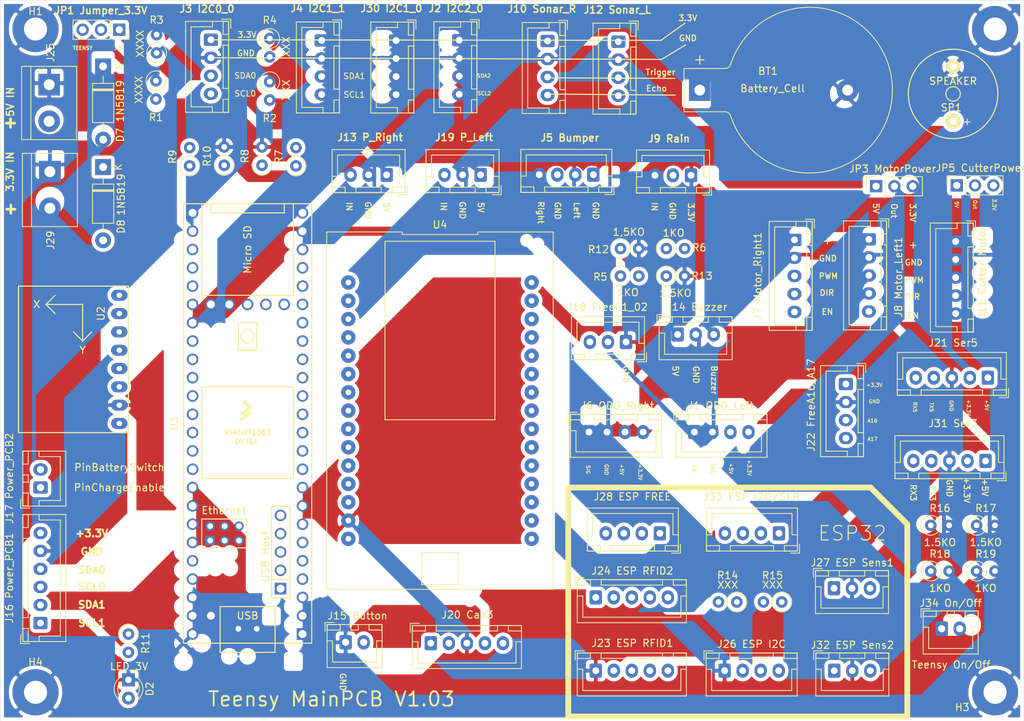
<source format=kicad_pcb>
(kicad_pcb (version 20171130) (host pcbnew "(5.1.12-5-g2758acfd42)-1")
  (layers (0 F.Cu signal hide) (31 B.Cu signal hide) (34 B.Paste user) (35 F.Paste user) (36 B.SilkS user) (37 F.SilkS user) (38 B.Mask user) (39 F.Mask user) (44 Edge.Cuts user))
  (net 0 "")
  (net 1 SCL1)
  (net 2 SDA1)
  (net 3 GND)
  (net 4 pinMotorRightPWM)
  (net 5 pinMotorRightDir)
  (net 6 pinMotorLeftPWM)
  (net 7 pinMotorLeftDir)
  (net 8 pinMotorMowPWM)
  (net 9 pinMotorMowDir)
  (net 10 pinMotorMowEnable)
  (net 11 pinBumperLeft)
  (net 12 pinBumperRight)
  (net 13 pinBuzzer)
  (net 14 pinButton)
  (net 15 pinRain)
  (net 16 pinPerimeterLeft)
  (net 17 pinPerimeterRight)
  (net 18 pinBatterySwitch)
  (net 19 SCL0)
  (net 20 SDA0)
  (net 21 +5V)
  (net 22 +3V3)
  (net 23 "Net-(D2-Pad2)")
  (net 24 "Net-(J13-Pad3)")
  (net 25 "Net-(J19-Pad3)")
  (net 26 "Net-(D7-Pad2)")
  (net 27 "Net-(D8-Pad2)")
  (net 28 RX3)
  (net 29 TX3)
  (net 30 pinMotorLeftEnable)
  (net 31 pinChargeEnable)
  (net 32 SCL2)
  (net 33 SDA2)
  (net 34 pinMotorRightEnable)
  (net 35 pinOdometryRight)
  (net 36 pinOdometryLeft)
  (net 37 "Net-(D8-Pad1)")
  (net 38 "Net-(JP1-Pad3)")
  (net 39 "Net-(J1-Pad1)")
  (net 40 "Net-(J6-Pad1)")
  (net 41 "Net-(J7-Pad1)")
  (net 42 "Net-(J11-Pad1)")
  (net 43 RX1)
  (net 44 TX1)
  (net 45 "Net-(BT1-Pad1)")
  (net 46 pinSonarRightEcho)
  (net 47 pinSonarRightTrigger)
  (net 48 pinSonarLeftEcho)
  (net 49 pinSonarLeftTrigger)
  (net 50 CRX3)
  (net 51 CTX3)
  (net 52 RX5)
  (net 53 TX5)
  (net 54 Free01)
  (net 55 FreeA17)
  (net 56 FreeA16)
  (net 57 Free02)
  (net 58 "Net-(J23-Pad5)")
  (net 59 "Net-(J23-Pad4)")
  (net 60 "Net-(J23-Pad3)")
  (net 61 "Net-(J24-Pad4)")
  (net 62 "Net-(J24-Pad3)")
  (net 63 "Net-(J24-Pad2)")
  (net 64 "Net-(J24-Pad1)")
  (net 65 "Net-(J26-Pad3)")
  (net 66 "Net-(J26-Pad2)")
  (net 67 "Net-(J27-Pad3)")
  (net 68 "Net-(J28-Pad4)")
  (net 69 "Net-(J28-Pad3)")
  (net 70 "Net-(J28-Pad2)")
  (net 71 "Net-(J28-Pad1)")
  (net 72 "Net-(J32-Pad3)")
  (net 73 "Net-(J33-Pad4)")
  (net 74 "Net-(J33-Pad3)")
  (net 75 "Net-(J33-Pad2)")
  (net 76 "Net-(J33-Pad1)")
  (net 77 "Net-(R18-Pad2)")
  (net 78 "Net-(R19-Pad2)")
  (net 79 "Net-(J34-Pad2)")
  (net 80 "Net-(J34-Pad1)")
  (module Battery:BatteryHolder_Keystone_103_1x20mm (layer F.Cu) (at 135.07212 46.47692)
    (fp_text reference BT1 (at 9.4488 -2.6416) (layer F.SilkS))
    (fp_text value Battery_Cell (at 10.0838 -0.2286) (layer F.SilkS))
    (fp_text user + (at 0 -4.318) (layer F.SilkS) (effects (font (size 1.5 1.5))))
    (pad 1 thru_hole rect (at 0 0) (size 3 3) (drill 1.5) (layers *.Cu *.Mask) (net 45 "Net-(BT1-Pad1)"))
    (pad 2 thru_hole circle (at 20.49 0) (size 3 3) (drill 1.5) (layers *.Cu *.Mask) (net 3 GND))
  )
  (module Connector_JST:JST_XH_B2B-XH-A_1x02_P2.50mm_Vertical (layer F.Cu) (at 168.60012 121.17324)
    (fp_text reference "J34 On/Off" (at 1.25 -3.55) (layer F.SilkS))
    (fp_text value "Teensy On/Off" (at 1.31064 5.0038) (layer F.SilkS))
    (pad 2 thru_hole oval (at 2.5 0) (size 1.7 2) (drill 1) (layers *.Cu *.Mask) (net 79 "Net-(J34-Pad2)"))
    (pad 1 thru_hole roundrect (at 0 0) (size 1.7 2) (drill 1) (layers *.Cu *.Mask) (roundrect_rratio 0.1470588235294118) (net 80 "Net-(J34-Pad1)"))
  )
  (module Resistor_THT:R_Axial_DIN0207_L6.3mm_D2.5mm_P2.54mm_Vertical (layer F.Cu) (at 173.44136 113.19002)
    (fp_text reference R19 (at 1.27 -2.37) (layer F.SilkS))
    (fp_text value 1KO (at 1.27 2.37) (layer F.SilkS))
    (pad 2 thru_hole oval (at 2.54 0) (size 1.6 1.6) (drill 0.8) (layers *.Cu *.Mask) (net 78 "Net-(R19-Pad2)"))
    (pad 1 thru_hole circle (at 0 0) (size 1.6 1.6) (drill 0.8) (layers *.Cu *.Mask) (net 72 "Net-(J32-Pad3)"))
  )
  (module Resistor_THT:R_Axial_DIN0207_L6.3mm_D2.5mm_P2.54mm_Vertical (layer F.Cu) (at 167.09136 113.19002)
    (fp_text reference R18 (at 1.27 -2.37) (layer F.SilkS))
    (fp_text value 1KO (at 1.27 2.37) (layer F.SilkS))
    (pad 2 thru_hole oval (at 2.54 0) (size 1.6 1.6) (drill 0.8) (layers *.Cu *.Mask) (net 77 "Net-(R18-Pad2)"))
    (pad 1 thru_hole circle (at 0 0) (size 1.6 1.6) (drill 0.8) (layers *.Cu *.Mask) (net 67 "Net-(J27-Pad3)"))
  )
  (module Resistor_THT:R_Axial_DIN0207_L6.3mm_D2.5mm_P2.54mm_Vertical (layer F.Cu) (at 173.44136 106.84002)
    (fp_text reference R17 (at 1.27 -2.37) (layer F.SilkS))
    (fp_text value 1.5KO (at 1.27 2.37) (layer F.SilkS))
    (pad 2 thru_hole oval (at 2.54 0) (size 1.6 1.6) (drill 0.8) (layers *.Cu *.Mask) (net 3 GND))
    (pad 1 thru_hole circle (at 0 0) (size 1.6 1.6) (drill 0.8) (layers *.Cu *.Mask) (net 72 "Net-(J32-Pad3)"))
  )
  (module Resistor_THT:R_Axial_DIN0207_L6.3mm_D2.5mm_P2.54mm_Vertical (layer F.Cu) (at 167.09136 106.84002)
    (fp_text reference R16 (at 1.27 -2.37) (layer F.SilkS))
    (fp_text value 1.5KO (at 1.27 2.37) (layer F.SilkS))
    (pad 2 thru_hole oval (at 2.54 0) (size 1.6 1.6) (drill 0.8) (layers *.Cu *.Mask) (net 3 GND))
    (pad 1 thru_hole circle (at 0 0) (size 1.6 1.6) (drill 0.8) (layers *.Cu *.Mask) (net 67 "Net-(J27-Pad3)"))
  )
  (module Connector_JST:JST_XH_B4B-XH-A_1x04_P2.50mm_Vertical (layer F.Cu) (at 146.05 107.95 180)
    (fp_text reference "J33 ESP I2C/SER" (at 3.81 5.08) (layer F.SilkS))
    (fp_text value "ESP32 I2C/SER")
    (pad 4 thru_hole oval (at 7.5 0 180) (size 1.7 1.95) (drill 0.95) (layers *.Cu *.Mask) (net 73 "Net-(J33-Pad4)"))
    (pad 3 thru_hole oval (at 5 0 180) (size 1.7 1.95) (drill 0.95) (layers *.Cu *.Mask) (net 74 "Net-(J33-Pad3)"))
    (pad 2 thru_hole oval (at 2.5 0 180) (size 1.7 1.95) (drill 0.95) (layers *.Cu *.Mask) (net 75 "Net-(J33-Pad2)"))
    (pad 1 thru_hole roundrect (at 0 0 180) (size 1.7 1.95) (drill 0.95) (layers *.Cu *.Mask) (roundrect_rratio 0.1470588235294118) (net 76 "Net-(J33-Pad1)"))
  )
  (module Connector_JST:JST_XH_B3B-XH-A_1x03_P2.50mm_Vertical (layer F.Cu) (at 153.71 127)
    (fp_text reference "J32 ESP Sens2" (at 2.5 -3.55) (layer F.SilkS))
    (fp_text value "ESP32 Sens2")
    (pad 3 thru_hole oval (at 5 0) (size 1.7 1.95) (drill 0.95) (layers *.Cu *.Mask) (net 72 "Net-(J32-Pad3)"))
    (pad 2 thru_hole oval (at 2.5 0) (size 1.7 1.95) (drill 0.95) (layers *.Cu *.Mask) (net 3 GND))
    (pad 1 thru_hole roundrect (at 0 0) (size 1.7 1.95) (drill 0.95) (layers *.Cu *.Mask) (roundrect_rratio 0.1470588235294118) (net 21 +5V))
  )
  (module Connector_JST:JST_XH_B4B-XH-A_1x04_P2.50mm_Vertical (layer F.Cu) (at 129.54 107.95 180)
    (fp_text reference "J28 ESP FREE" (at 3.81 5.08) (layer F.SilkS))
    (fp_text value "ESP32 FREE")
    (pad 4 thru_hole oval (at 7.5 0 180) (size 1.7 1.95) (drill 0.95) (layers *.Cu *.Mask) (net 68 "Net-(J28-Pad4)"))
    (pad 3 thru_hole oval (at 5 0 180) (size 1.7 1.95) (drill 0.95) (layers *.Cu *.Mask) (net 69 "Net-(J28-Pad3)"))
    (pad 2 thru_hole oval (at 2.5 0 180) (size 1.7 1.95) (drill 0.95) (layers *.Cu *.Mask) (net 70 "Net-(J28-Pad2)"))
    (pad 1 thru_hole roundrect (at 0 0 180) (size 1.7 1.95) (drill 0.95) (layers *.Cu *.Mask) (roundrect_rratio 0.1470588235294118) (net 71 "Net-(J28-Pad1)"))
  )
  (module Connector_JST:JST_XH_B3B-XH-A_1x03_P2.50mm_Vertical (layer F.Cu) (at 153.67 115.57)
    (fp_text reference "J27 ESP Sens1" (at 2.54 -3.55) (layer F.SilkS))
    (fp_text value "ESP32 Sens1")
    (pad 3 thru_hole oval (at 5 0) (size 1.7 1.95) (drill 0.95) (layers *.Cu *.Mask) (net 67 "Net-(J27-Pad3)"))
    (pad 2 thru_hole oval (at 2.5 0) (size 1.7 1.95) (drill 0.95) (layers *.Cu *.Mask) (net 3 GND))
    (pad 1 thru_hole roundrect (at 0 0) (size 1.7 1.95) (drill 0.95) (layers *.Cu *.Mask) (roundrect_rratio 0.1470588235294118) (net 21 +5V))
  )
  (module teensy_library-master:ESP32-DEVKIT-V1 (layer F.Cu) (at 99.06 90.932 270)
    (fp_text reference U4 (at -25.78 0) (layer F.SilkS))
    (fp_text value ESP32-DEVKIT-V1)
    (pad 15 thru_hole circle (at 17.78 12.7 270) (size 2 2) (drill 0.8) (layers *.Cu *.Mask) (net 21 +5V))
    (pad 16 thru_hole circle (at 17.78 -12.7 270) (size 2 2) (drill 0.8) (layers *.Cu *.Mask) (net 61 "Net-(J24-Pad4)"))
    (pad 14 thru_hole circle (at 15.24 12.7 270) (size 2 2) (drill 0.8) (layers *.Cu *.Mask) (net 3 GND))
    (pad 17 thru_hole circle (at 15.24 -12.7 270) (size 2 2) (drill 0.8) (layers *.Cu *.Mask))
    (pad 13 thru_hole circle (at 12.7 12.7 270) (size 2 2) (drill 0.8) (layers *.Cu *.Mask) (net 60 "Net-(J23-Pad3)"))
    (pad 18 thru_hole circle (at 12.7 -12.7 270) (size 2 2) (drill 0.8) (layers *.Cu *.Mask) (net 66 "Net-(J26-Pad2)"))
    (pad 12 thru_hole circle (at 10.16 12.7 270) (size 2 2) (drill 0.8) (layers *.Cu *.Mask) (net 59 "Net-(J23-Pad4)"))
    (pad 19 thru_hole circle (at 10.16 -12.7 270) (size 2 2) (drill 0.8) (layers *.Cu *.Mask))
    (pad 11 thru_hole circle (at 7.62 12.7 270) (size 2 2) (drill 0.8) (layers *.Cu *.Mask) (net 58 "Net-(J23-Pad5)"))
    (pad 20 thru_hole circle (at 7.62 -12.7 270) (size 2 2) (drill 0.8) (layers *.Cu *.Mask) (net 65 "Net-(J26-Pad3)"))
    (pad 10 thru_hole circle (at 5.08 12.7 270) (size 2 2) (drill 0.8) (layers *.Cu *.Mask))
    (pad 21 thru_hole circle (at 5.08 -12.7 270) (size 2 2) (drill 0.8) (layers *.Cu *.Mask) (net 44 TX1))
    (pad 9 thru_hole circle (at 2.54 12.7 270) (size 2 2) (drill 0.8) (layers *.Cu *.Mask) (net 71 "Net-(J28-Pad1)"))
    (pad 22 thru_hole circle (at 2.54 -12.7 270) (size 2 2) (drill 0.8) (layers *.Cu *.Mask) (net 43 RX1))
    (pad 8 thru_hole circle (at 0 12.7 270) (size 2 2) (drill 0.8) (layers *.Cu *.Mask) (net 70 "Net-(J28-Pad2)"))
    (pad 23 thru_hole circle (at 0 -12.7 270) (size 2 2) (drill 0.8) (layers *.Cu *.Mask))
    (pad 7 thru_hole circle (at -2.54 12.7 270) (size 2 2) (drill 0.8) (layers *.Cu *.Mask) (net 69 "Net-(J28-Pad3)"))
    (pad 24 thru_hole circle (at -2.54 -12.7 270) (size 2 2) (drill 0.8) (layers *.Cu *.Mask) (net 62 "Net-(J24-Pad3)"))
    (pad 6 thru_hole circle (at -5.08 12.7 270) (size 2 2) (drill 0.8) (layers *.Cu *.Mask) (net 68 "Net-(J28-Pad4)"))
    (pad 25 thru_hole circle (at -5.08 -12.7 270) (size 2 2) (drill 0.8) (layers *.Cu *.Mask) (net 63 "Net-(J24-Pad2)"))
    (pad 5 thru_hole circle (at -7.62 12.7 270) (size 2 2) (drill 0.8) (layers *.Cu *.Mask) (net 78 "Net-(R19-Pad2)"))
    (pad 26 thru_hole circle (at -7.62 -12.7 270) (size 2 2) (drill 0.8) (layers *.Cu *.Mask) (net 74 "Net-(J33-Pad3)"))
    (pad 4 thru_hole circle (at -10.16 12.7 270) (size 2 2) (drill 0.8) (layers *.Cu *.Mask) (net 77 "Net-(R18-Pad2)"))
    (pad 27 thru_hole circle (at -10.16 -12.7 270) (size 2 2) (drill 0.8) (layers *.Cu *.Mask) (net 75 "Net-(J33-Pad2)"))
    (pad 3 thru_hole circle (at -12.7 12.7 270) (size 2 2) (drill 0.8) (layers *.Cu *.Mask))
    (pad 28 thru_hole circle (at -12.7 -12.7 270) (size 2 2) (drill 0.8) (layers *.Cu *.Mask) (net 76 "Net-(J33-Pad1)"))
    (pad 2 thru_hole circle (at -15.24 12.7 270) (size 2 2) (drill 0.8) (layers *.Cu *.Mask))
    (pad 29 thru_hole circle (at -15.24 -12.7 270) (size 2 2) (drill 0.8) (layers *.Cu *.Mask) (net 73 "Net-(J33-Pad4)"))
    (pad 1 thru_hole circle (at -17.78 12.7 270) (size 2 2) (drill 0.8) (layers *.Cu *.Mask))
    (pad 30 thru_hole circle (at -17.78 -12.7 270) (size 2 2) (drill 0.8) (layers *.Cu *.Mask) (net 64 "Net-(J24-Pad1)"))
  )
  (module Resistor_THT:R_Axial_DIN0207_L6.3mm_D2.5mm_P2.54mm_Vertical (layer F.Cu) (at 146.431 117.475 180)
    (fp_text reference R15 (at 1.27 3.683) (layer F.SilkS))
    (fp_text value XXX (at 1.27 2.37) (layer F.SilkS))
    (pad 2 thru_hole oval (at 2.54 0 180) (size 1.6 1.6) (drill 0.8) (layers *.Cu *.Mask) (net 65 "Net-(J26-Pad3)"))
    (pad 1 thru_hole circle (at 0 0 180) (size 1.6 1.6) (drill 0.8) (layers *.Cu *.Mask) (net 61 "Net-(J24-Pad4)"))
  )
  (module Resistor_THT:R_Axial_DIN0207_L6.3mm_D2.5mm_P2.54mm_Vertical (layer F.Cu) (at 140.208 117.475 180)
    (fp_text reference R14 (at 1.27 3.683) (layer F.SilkS))
    (fp_text value XXX (at 1.27 2.37) (layer F.SilkS))
    (pad 2 thru_hole oval (at 2.54 0 180) (size 1.6 1.6) (drill 0.8) (layers *.Cu *.Mask) (net 66 "Net-(J26-Pad2)"))
    (pad 1 thru_hole circle (at 0 0 180) (size 1.6 1.6) (drill 0.8) (layers *.Cu *.Mask) (net 61 "Net-(J24-Pad4)"))
  )
  (module Connector_JST:JST_XH_B4B-XH-A_1x04_P2.50mm_Vertical (layer F.Cu) (at 138.51 127)
    (fp_text reference "J26 ESP I2C" (at 3.73 -3.683) (layer F.SilkS))
    (fp_text value "ESP32 I2C")
    (pad 4 thru_hole oval (at 7.5 0) (size 1.7 1.95) (drill 0.95) (layers *.Cu *.Mask) (net 61 "Net-(J24-Pad4)"))
    (pad 3 thru_hole oval (at 5 0) (size 1.7 1.95) (drill 0.95) (layers *.Cu *.Mask) (net 65 "Net-(J26-Pad3)"))
    (pad 2 thru_hole oval (at 2.5 0) (size 1.7 1.95) (drill 0.95) (layers *.Cu *.Mask) (net 66 "Net-(J26-Pad2)"))
    (pad 1 thru_hole roundrect (at 0 0) (size 1.7 1.95) (drill 0.95) (layers *.Cu *.Mask) (roundrect_rratio 0.1470588235294118) (net 3 GND))
  )
  (module Connector_JST:JST_XH_B5B-XH-A_1x05_P2.50mm_Vertical (layer F.Cu) (at 120.65 116.84)
    (fp_text reference "J24 ESP RFID2" (at 5.08 -3.683) (layer F.SilkS))
    (fp_text value "ESP RFID2")
    (pad 5 thru_hole oval (at 10 0) (size 1.7 1.95) (drill 0.95) (layers *.Cu *.Mask))
    (pad 4 thru_hole oval (at 7.5 0) (size 1.7 1.95) (drill 0.95) (layers *.Cu *.Mask) (net 61 "Net-(J24-Pad4)"))
    (pad 3 thru_hole oval (at 5 0) (size 1.7 1.95) (drill 0.95) (layers *.Cu *.Mask) (net 62 "Net-(J24-Pad3)"))
    (pad 2 thru_hole oval (at 2.5 0) (size 1.7 1.95) (drill 0.95) (layers *.Cu *.Mask) (net 63 "Net-(J24-Pad2)"))
    (pad 1 thru_hole roundrect (at 0 0) (size 1.7 1.95) (drill 0.95) (layers *.Cu *.Mask) (roundrect_rratio 0.1470588235294118) (net 64 "Net-(J24-Pad1)"))
  )
  (module Connector_JST:JST_XH_B5B-XH-A_1x05_P2.50mm_Vertical (layer F.Cu) (at 120.65 127)
    (fp_text reference "J23 ESP RFID1" (at 5.08 -3.81) (layer F.SilkS))
    (fp_text value "ESP RFID1")
    (pad 5 thru_hole oval (at 10 0) (size 1.7 1.95) (drill 0.95) (layers *.Cu *.Mask) (net 58 "Net-(J23-Pad5)"))
    (pad 4 thru_hole oval (at 7.5 0) (size 1.7 1.95) (drill 0.95) (layers *.Cu *.Mask) (net 59 "Net-(J23-Pad4)"))
    (pad 3 thru_hole oval (at 5 0) (size 1.7 1.95) (drill 0.95) (layers *.Cu *.Mask) (net 60 "Net-(J23-Pad3)"))
    (pad 2 thru_hole oval (at 2.5 0) (size 1.7 1.95) (drill 0.95) (layers *.Cu *.Mask) (net 21 +5V))
    (pad 1 thru_hole roundrect (at 0 0) (size 1.7 1.95) (drill 0.95) (layers *.Cu *.Mask) (roundrect_rratio 0.1470588235294118) (net 3 GND))
  )
  (module Connector_JST:JST_XH_B4B-XH-A_1x04_P2.50mm_Vertical (layer F.Cu) (at 155.321 87.249 270)
    (fp_text reference "J22 FreeA16_A17" (at 2.921 4.826 90) (layer F.SilkS))
    (fp_text value FreeA16_A17)
    (pad 4 thru_hole oval (at 7.5 0 270) (size 1.7 1.95) (drill 0.95) (layers *.Cu *.Mask) (net 55 FreeA17))
    (pad 3 thru_hole oval (at 5 0 270) (size 1.7 1.95) (drill 0.95) (layers *.Cu *.Mask) (net 56 FreeA16))
    (pad 2 thru_hole oval (at 2.5 0 270) (size 1.7 1.95) (drill 0.95) (layers *.Cu *.Mask) (net 3 GND))
    (pad 1 thru_hole roundrect (at 0 0 270) (size 1.7 1.95) (drill 0.95) (layers *.Cu *.Mask) (roundrect_rratio 0.1470588235294118) (net 22 +3V3))
  )
  (module Connector_JST:JST_XH_B3B-XH-A_1x03_P2.50mm_Vertical (layer F.Cu) (at 124.841 81.407 180)
    (fp_text reference "J18 Free01_02" (at 2.58318 4.8387) (layer F.SilkS))
    (fp_text value Free01_02)
    (pad 3 thru_hole oval (at 5 0 180) (size 1.7 1.95) (drill 0.95) (layers *.Cu *.Mask) (net 57 Free02))
    (pad 2 thru_hole oval (at 2.5 0 180) (size 1.7 1.95) (drill 0.95) (layers *.Cu *.Mask) (net 54 Free01))
    (pad 1 thru_hole roundrect (at 0 0 180) (size 1.7 1.95) (drill 0.95) (layers *.Cu *.Mask) (roundrect_rratio 0.1470588235294118) (net 3 GND))
  )
  (module Connector_JST:JST_XH_B5B-XH-A_1x05_P2.50mm_Vertical (layer F.Cu) (at 175.006 86.36 180)
    (fp_text reference "J21 Ser5" (at 4.826 4.826) (layer F.SilkS))
    (fp_text value Ser5)
    (pad 5 thru_hole oval (at 10 0 180) (size 1.7 1.95) (drill 0.95) (layers *.Cu *.Mask) (net 52 RX5))
    (pad 4 thru_hole oval (at 7.5 0 180) (size 1.7 1.95) (drill 0.95) (layers *.Cu *.Mask) (net 53 TX5))
    (pad 3 thru_hole oval (at 5 0 180) (size 1.7 1.95) (drill 0.95) (layers *.Cu *.Mask) (net 3 GND))
    (pad 2 thru_hole oval (at 2.5 0 180) (size 1.7 1.95) (drill 0.95) (layers *.Cu *.Mask) (net 22 +3V3))
    (pad 1 thru_hole roundrect (at 0 0 180) (size 1.7 1.95) (drill 0.95) (layers *.Cu *.Mask) (roundrect_rratio 0.1470588235294118) (net 21 +5V))
  )
  (module Connector_JST:JST_XH_B5B-XH-A_1x05_P2.50mm_Vertical (layer F.Cu) (at 97.79 123.19)
    (fp_text reference "J20 Can3" (at 5.08 -3.937) (layer F.SilkS))
    (fp_text value Can3)
    (pad 5 thru_hole oval (at 10 0) (size 1.7 1.95) (drill 0.95) (layers *.Cu *.Mask) (net 50 CRX3))
    (pad 4 thru_hole oval (at 7.5 0) (size 1.7 1.95) (drill 0.95) (layers *.Cu *.Mask) (net 51 CTX3))
    (pad 3 thru_hole oval (at 5 0) (size 1.7 1.95) (drill 0.95) (layers *.Cu *.Mask) (net 3 GND))
    (pad 2 thru_hole oval (at 2.5 0) (size 1.7 1.95) (drill 0.95) (layers *.Cu *.Mask) (net 22 +3V3))
    (pad 1 thru_hole roundrect (at 0 0) (size 1.7 1.95) (drill 0.95) (layers *.Cu *.Mask) (roundrect_rratio 0.1470588235294118) (net 21 +5V))
  )
  (module Connector_JST:JST_XH_B2B-XH-A_1x02_P2.50mm_Vertical (layer F.Cu) (at 43.688 101.6 90)
    (fp_text reference "J17 Power_PCB2" (at 1.27 -4.318 90) (layer F.SilkS))
    (fp_text value Power_PCB2 hide)
    (pad 2 thru_hole oval (at 2.5 0 90) (size 1.7 2) (drill 1) (layers *.Cu *.Mask) (net 18 pinBatterySwitch))
    (pad 1 thru_hole roundrect (at 0 0 90) (size 1.7 2) (drill 1) (layers *.Cu *.Mask) (roundrect_rratio 0.1470588235294118) (net 31 pinChargeEnable))
  )
  (module Connector_JST:JST_XH_B6B-XH-A_1x06_P2.50mm_Vertical (layer F.Cu) (at 43.688 120.396 90)
    (fp_text reference "J16 Power_PCB1" (at 6.25 -4.318 90) (layer F.SilkS))
    (fp_text value Power_PCB1)
    (pad 6 thru_hole oval (at 12.5 0 90) (size 1.7 1.95) (drill 0.95) (layers *.Cu *.Mask) (net 22 +3V3))
    (pad 5 thru_hole oval (at 10 0 90) (size 1.7 1.95) (drill 0.95) (layers *.Cu *.Mask) (net 3 GND))
    (pad 4 thru_hole oval (at 7.5 0 90) (size 1.7 1.95) (drill 0.95) (layers *.Cu *.Mask) (net 20 SDA0))
    (pad 3 thru_hole oval (at 5 0 90) (size 1.7 1.95) (drill 0.95) (layers *.Cu *.Mask) (net 19 SCL0))
    (pad 2 thru_hole oval (at 2.5 0 90) (size 1.7 1.95) (drill 0.95) (layers *.Cu *.Mask) (net 2 SDA1))
    (pad 1 thru_hole roundrect (at 0 0 90) (size 1.7 1.95) (drill 0.95) (layers *.Cu *.Mask) (roundrect_rratio 0.1470588235294118) (net 1 SCL1))
  )
  (module Connector_JST:JST_XH_B4B-XH-A_1x04_P2.50mm_Vertical (layer F.Cu) (at 67.31 39.49 270)
    (fp_text reference "J3 I2C0_0" (at -4.28052 0.53848 180) (layer F.SilkS) (effects (font (thickness 0.2))))
    (fp_text value I2C0_0)
    (pad 4 thru_hole oval (at 7.5 0 270) (size 1.7 1.95) (drill 0.95) (layers *.Cu *.Mask) (net 19 SCL0))
    (pad 3 thru_hole oval (at 5 0 270) (size 1.7 1.95) (drill 0.95) (layers *.Cu *.Mask) (net 20 SDA0))
    (pad 2 thru_hole oval (at 2.5 0 270) (size 1.7 1.95) (drill 0.95) (layers *.Cu *.Mask) (net 3 GND))
    (pad 1 thru_hole roundrect (at 0 0 270) (size 1.7 1.95) (drill 0.95) (layers *.Cu *.Mask) (roundrect_rratio 0.1470588235294118) (net 22 +3V3))
  )
  (module teensy_library-master:GY-521 (layer F.Cu) (at 55.88 93.98 90)
    (fp_text reference U2 (at 16.51 -3.81 90) (layer F.SilkS))
    (fp_text value GY-521)
    (fp_text user Y (at 11.43 -6.35) (layer F.SilkS))
    (fp_text user X (at 17.78 -12.7) (layer F.SilkS))
    (pad 1 thru_hole oval (at 1.27 -1.27 90) (size 1.524 2.268) (drill 0.762) (layers *.Cu *.Mask) (net 22 +3V3))
    (pad 2 thru_hole oval (at 3.81 -1.27 90) (size 1.524 2.268) (drill 0.762) (layers *.Cu *.Mask) (net 3 GND))
    (pad 3 thru_hole oval (at 6.35 -1.27 90) (size 1.524 2.268) (drill 0.762) (layers *.Cu *.Mask) (net 19 SCL0))
    (pad 4 thru_hole oval (at 8.89 -1.27 90) (size 1.524 2.268) (drill 0.762) (layers *.Cu *.Mask) (net 20 SDA0))
    (pad 5 thru_hole oval (at 11.43 -1.27 90) (size 1.524 2.268) (drill 0.762) (layers *.Cu *.Mask))
    (pad 6 thru_hole oval (at 13.97 -1.27 90) (size 1.524 2.268) (drill 0.762) (layers *.Cu *.Mask))
    (pad 7 thru_hole oval (at 16.51 -1.27 90) (size 1.524 2.268) (drill 0.762) (layers *.Cu *.Mask))
    (pad 8 thru_hole oval (at 19.05 -1.27 90) (size 1.524 2.268) (drill 0.762) (layers *.Cu *.Mask))
  )
  (module Resistor_THT:R_Axial_DIN0207_L6.3mm_D2.5mm_P2.54mm_Vertical (layer F.Cu) (at 59.78398 41.31564 90)
    (fp_text reference R3 (at 4.572 0 180) (layer F.SilkS))
    (fp_text value XXXX (at 1.27 -2.286 90) (layer F.SilkS))
    (pad 2 thru_hole oval (at 2.54 0 90) (size 1.6 1.6) (drill 0.8) (layers *.Cu *.Mask) (net 20 SDA0))
    (pad 1 thru_hole circle (at 0 0 90) (size 1.6 1.6) (drill 0.8) (layers *.Cu *.Mask) (net 22 +3V3))
  )
  (module Resistor_THT:R_Axial_DIN0207_L6.3mm_D2.5mm_P2.54mm_Vertical (layer F.Cu) (at 59.69254 45.17898 270)
    (fp_text reference R1 (at 5.08 0 180) (layer F.SilkS))
    (fp_text value XXXX (at 1.27 2.37 90) (layer F.SilkS))
    (pad 2 thru_hole oval (at 2.54 0 270) (size 1.6 1.6) (drill 0.8) (layers *.Cu *.Mask) (net 22 +3V3))
    (pad 1 thru_hole circle (at 0 0 270) (size 1.6 1.6) (drill 0.8) (layers *.Cu *.Mask) (net 19 SCL0))
  )
  (module MountingHole:MountingHole_3.2mm_M3_Pad_TopBottom (layer F.Cu) (at 43 130)
    (fp_text reference H4 (at 0 -4.2) (layer F.SilkS))
    (fp_text value MountingHole_Pad)
    (pad 1 connect circle (at 0 0) (size 6.4 6.4) (layers B.Cu B.Mask) (net 3 GND))
    (pad 1 connect circle (at 0 0) (size 6.4 6.4) (layers F.Cu F.Mask) (net 3 GND))
    (pad 1 thru_hole circle (at 0 0) (size 3.6 3.6) (drill 3.2) (layers *.Cu *.Mask) (net 3 GND))
  )
  (module MountingHole:MountingHole_3.2mm_M3_Pad_TopBottom (layer F.Cu) (at 176 130)
    (fp_text reference H3 (at -4.55 2.08) (layer F.SilkS))
    (fp_text value MountingHole_Pad)
    (pad 1 connect circle (at 0 0) (size 6.4 6.4) (layers B.Cu B.Mask) (net 3 GND))
    (pad 1 connect circle (at 0 0) (size 6.4 6.4) (layers F.Cu F.Mask) (net 3 GND))
    (pad 1 thru_hole circle (at 0 0) (size 3.6 3.6) (drill 3.2) (layers *.Cu *.Mask) (net 3 GND))
  )
  (module MountingHole:MountingHole_3.2mm_M3_Pad_TopBottom (layer F.Cu) (at 176 38)
    (fp_text reference H2 hide)
    (fp_text value MountingHole_Pad hide)
    (pad 1 connect circle (at 0 0) (size 6.4 6.4) (layers B.Cu B.Mask) (net 3 GND))
    (pad 1 connect circle (at 0 0) (size 6.4 6.4) (layers F.Cu F.Mask) (net 3 GND))
    (pad 1 thru_hole circle (at 0 0) (size 3.6 3.6) (drill 3.2) (layers *.Cu *.Mask) (net 3 GND))
  )
  (module MountingHole:MountingHole_3.2mm_M3_Pad_TopBottom (layer F.Cu) (at 43 38)
    (fp_text reference H1 (at 0 -2.44) (layer F.SilkS))
    (fp_text value MountingHole_Pad hide)
    (pad 1 connect circle (at 0 0) (size 6.4 6.4) (layers B.Cu B.Mask) (net 3 GND))
    (pad 1 connect circle (at 0 0) (size 6.4 6.4) (layers F.Cu F.Mask) (net 3 GND))
    (pad 1 thru_hole circle (at 0 0) (size 3.6 3.6) (drill 3.2) (layers *.Cu *.Mask) (net 3 GND))
  )
  (module Resistor_THT:R_Axial_DIN0207_L6.3mm_D2.5mm_P2.54mm_Vertical (layer F.Cu) (at 130.429 72.263)
    (fp_text reference R13 (at 4.953 0) (layer F.SilkS))
    (fp_text value 1,5KO (at 1.27 2.37) (layer F.SilkS))
    (pad 2 thru_hole oval (at 2.54 0) (size 1.6 1.6) (drill 0.8) (layers *.Cu *.Mask) (net 3 GND))
    (pad 1 thru_hole circle (at 0 0) (size 1.6 1.6) (drill 0.8) (layers *.Cu *.Mask) (net 40 "Net-(J6-Pad1)"))
  )
  (module Resistor_THT:R_Axial_DIN0207_L6.3mm_D2.5mm_P2.54mm_Vertical (layer F.Cu) (at 124.079 68.453)
    (fp_text reference R12 (at -3.048 0.127) (layer F.SilkS))
    (fp_text value 1,5KO (at 1.143 -2.286) (layer F.SilkS))
    (pad 2 thru_hole oval (at 2.54 0) (size 1.6 1.6) (drill 0.8) (layers *.Cu *.Mask) (net 3 GND))
    (pad 1 thru_hole circle (at 0 0) (size 1.6 1.6) (drill 0.8) (layers *.Cu *.Mask) (net 39 "Net-(J1-Pad1)"))
  )
  (module Resistor_THT:R_Axial_DIN0207_L6.3mm_D2.5mm_P2.54mm_Vertical (layer F.Cu) (at 130.429 68.453)
    (fp_text reference R6 (at 4.572 -0.127) (layer F.SilkS))
    (fp_text value 1KO (at 1.016 -2.159) (layer F.SilkS))
    (pad 2 thru_hole oval (at 2.54 0) (size 1.6 1.6) (drill 0.8) (layers *.Cu *.Mask) (net 36 pinOdometryLeft))
    (pad 1 thru_hole circle (at 0 0) (size 1.6 1.6) (drill 0.8) (layers *.Cu *.Mask) (net 40 "Net-(J6-Pad1)"))
  )
  (module Resistor_THT:R_Axial_DIN0207_L6.3mm_D2.5mm_P2.54mm_Vertical (layer F.Cu) (at 124.079 72.263)
    (fp_text reference R5 (at -2.794 0.127) (layer F.SilkS))
    (fp_text value 1KO (at 1.016 2.286) (layer F.SilkS))
    (pad 2 thru_hole oval (at 2.54 0) (size 1.6 1.6) (drill 0.8) (layers *.Cu *.Mask) (net 35 pinOdometryRight))
    (pad 1 thru_hole circle (at 0 0) (size 1.6 1.6) (drill 0.8) (layers *.Cu *.Mask) (net 39 "Net-(J1-Pad1)"))
  )
  (module Connector_PinSocket_2.54mm:PinSocket_1x03_P2.54mm_Vertical (layer F.Cu) (at 170.688 59.69 90)
    (fp_text reference "JP5 CutterPower" (at 2.413 3.302 180) (layer F.SilkS))
    (fp_text value CutterPower)
    (pad 3 thru_hole oval (at 0 5.08 90) (size 1.7 1.7) (drill 1) (layers *.Cu *.Mask) (net 22 +3V3))
    (pad 2 thru_hole oval (at 0 2.54 90) (size 1.7 1.7) (drill 1) (layers *.Cu *.Mask) (net 42 "Net-(J11-Pad1)"))
    (pad 1 thru_hole rect (at 0 0 90) (size 1.7 1.7) (drill 1) (layers *.Cu *.Mask) (net 21 +5V))
  )
  (module Connector_PinSocket_2.54mm:PinSocket_1x03_P2.54mm_Vertical (layer F.Cu) (at 159.50946 59.80684 90)
    (fp_text reference "JP3 MotorPower" (at 2.413 2.286 180) (layer F.SilkS))
    (fp_text value MotorPower)
    (pad 3 thru_hole oval (at 0 5.08 90) (size 1.7 1.7) (drill 1) (layers *.Cu *.Mask) (net 22 +3V3))
    (pad 2 thru_hole oval (at 0 2.54 90) (size 1.7 1.7) (drill 1) (layers *.Cu *.Mask) (net 41 "Net-(J7-Pad1)"))
    (pad 1 thru_hole rect (at 0 0 90) (size 1.7 1.7) (drill 1) (layers *.Cu *.Mask) (net 21 +5V))
  )
  (module Connector_JST:JST_XH_B5B-XH-A_1x05_P2.50mm_Vertical (layer F.Cu) (at 170.53306 67.47256 270)
    (fp_text reference "J11 Cutter Motor" (at 4.318 -3.683 90) (layer F.SilkS))
    (fp_text value Cutter)
    (pad 5 thru_hole oval (at 10 0 270) (size 1.7 1.95) (drill 0.95) (layers *.Cu *.Mask) (net 10 pinMotorMowEnable))
    (pad 4 thru_hole oval (at 7.5 0 270) (size 1.7 1.95) (drill 0.95) (layers *.Cu *.Mask) (net 9 pinMotorMowDir))
    (pad 3 thru_hole oval (at 5 0 270) (size 1.7 1.95) (drill 0.95) (layers *.Cu *.Mask) (net 8 pinMotorMowPWM))
    (pad 2 thru_hole oval (at 2.5 0 270) (size 1.7 1.95) (drill 0.95) (layers *.Cu *.Mask) (net 3 GND))
    (pad 1 thru_hole roundrect (at 0 0 270) (size 1.7 1.95) (drill 0.95) (layers *.Cu *.Mask) (roundrect_rratio 0.1470588235294118) (net 42 "Net-(J11-Pad1)"))
  )
  (module Connector_JST:JST_XH_B5B-XH-A_1x05_P2.50mm_Vertical (layer F.Cu) (at 158.51124 67.17792 270)
    (fp_text reference "J8 Motor_Left1" (at 5.22478 -4.09956 90) (layer F.SilkS))
    (fp_text value Motor_Left1)
    (pad 5 thru_hole oval (at 10 0 270) (size 1.7 1.95) (drill 0.95) (layers *.Cu *.Mask) (net 30 pinMotorLeftEnable))
    (pad 4 thru_hole oval (at 7.5 0 270) (size 1.7 1.95) (drill 0.95) (layers *.Cu *.Mask) (net 7 pinMotorLeftDir))
    (pad 3 thru_hole oval (at 5 0 270) (size 1.7 1.95) (drill 0.95) (layers *.Cu *.Mask) (net 6 pinMotorLeftPWM))
    (pad 2 thru_hole oval (at 2.5 0 270) (size 1.7 1.95) (drill 0.95) (layers *.Cu *.Mask) (net 3 GND))
    (pad 1 thru_hole roundrect (at 0 0 270) (size 1.7 1.95) (drill 0.95) (layers *.Cu *.Mask) (roundrect_rratio 0.1470588235294118) (net 41 "Net-(J7-Pad1)"))
  )
  (module Connector_JST:JST_XH_B5B-XH-A_1x05_P2.50mm_Vertical (layer F.Cu) (at 148.1963 67.24396 270)
    (fp_text reference "J7 Motor_Right1" (at 5.02666 5.09016 90) (layer F.SilkS))
    (fp_text value Motor_Right1)
    (pad 5 thru_hole oval (at 10 0 270) (size 1.7 1.95) (drill 0.95) (layers *.Cu *.Mask) (net 34 pinMotorRightEnable))
    (pad 4 thru_hole oval (at 7.5 0 270) (size 1.7 1.95) (drill 0.95) (layers *.Cu *.Mask) (net 5 pinMotorRightDir))
    (pad 3 thru_hole oval (at 5 0 270) (size 1.7 1.95) (drill 0.95) (layers *.Cu *.Mask) (net 4 pinMotorRightPWM))
    (pad 2 thru_hole oval (at 2.5 0 270) (size 1.7 1.95) (drill 0.95) (layers *.Cu *.Mask) (net 3 GND))
    (pad 1 thru_hole roundrect (at 0 0 270) (size 1.7 1.95) (drill 0.95) (layers *.Cu *.Mask) (roundrect_rratio 0.1470588235294118) (net 41 "Net-(J7-Pad1)"))
  )
  (module Connector_JST:JST_XH_B4B-XH-A_1x04_P2.50mm_Vertical (layer F.Cu) (at 119.71082 93.9038)
    (fp_text reference "J6 ODO_Right" (at 3.944 -3.6576) (layer F.SilkS))
    (fp_text value ODO_Right)
    (pad 4 thru_hole oval (at 7.5 0) (size 1.7 1.95) (drill 0.95) (layers *.Cu *.Mask) (net 22 +3V3))
    (pad 3 thru_hole oval (at 5 0) (size 1.7 1.95) (drill 0.95) (layers *.Cu *.Mask) (net 21 +5V))
    (pad 2 thru_hole oval (at 2.5 0) (size 1.7 1.95) (drill 0.95) (layers *.Cu *.Mask) (net 3 GND))
    (pad 1 thru_hole roundrect (at 0 0) (size 1.7 1.95) (drill 0.95) (layers *.Cu *.Mask) (roundrect_rratio 0.1470588235294118) (net 40 "Net-(J6-Pad1)"))
  )
  (module Connector_JST:JST_XH_B4B-XH-A_1x04_P2.50mm_Vertical (layer F.Cu) (at 134.32282 93.9038)
    (fp_text reference "J1 ODO_Left" (at 3.6576 -3.6576) (layer F.SilkS))
    (fp_text value ODO_Left)
    (pad 4 thru_hole oval (at 7.5 0) (size 1.7 1.95) (drill 0.95) (layers *.Cu *.Mask) (net 22 +3V3))
    (pad 3 thru_hole oval (at 5 0) (size 1.7 1.95) (drill 0.95) (layers *.Cu *.Mask) (net 21 +5V))
    (pad 2 thru_hole oval (at 2.5 0) (size 1.7 1.95) (drill 0.95) (layers *.Cu *.Mask) (net 3 GND))
    (pad 1 thru_hole roundrect (at 0 0) (size 1.7 1.95) (drill 0.95) (layers *.Cu *.Mask) (roundrect_rratio 0.1470588235294118) (net 39 "Net-(J1-Pad1)"))
  )
  (module Connector_PinSocket_2.54mm:PinSocket_1x03_P2.54mm_Vertical (layer F.Cu) (at 54.61 38.1 270)
    (fp_text reference "JP1 Jumper_3.3V" (at -2.667 2.54 180) (layer F.SilkS) (effects (font (thickness 0.2))))
    (fp_text value Jumper_3.3V)
    (pad 3 thru_hole oval (at 0 5.08 270) (size 1.7 1.7) (drill 1) (layers *.Cu *.Mask) (net 38 "Net-(JP1-Pad3)"))
    (pad 2 thru_hole oval (at 0 2.54 270) (size 1.7 1.7) (drill 1) (layers *.Cu *.Mask) (net 22 +3V3))
    (pad 1 thru_hole rect (at 0 0 270) (size 1.7 1.7) (drill 1) (layers *.Cu *.Mask) (net 37 "Net-(D8-Pad1)"))
  )
  (module teensy_library-master:Teensy41 (layer F.Cu) (at 72.39 92.71 90)
    (fp_text reference U3 (at 0 -10.16 90) (layer F.SilkS))
    (fp_text value Teensy4.1)
    (fp_text user DVJ6A (at -2.54 -0.18 180) (layer F.SilkS) (effects (font (size 0.7 0.7))))
    (fp_text user MIMXRT1062 (at -1.27 0 180) (layer F.SilkS) (effects (font (size 0.7 0.7))))
    (fp_text user "Micro SD" (at 24.13 0 90) (layer F.SilkS))
    (fp_text user USB (at -26.67 0 180) (layer F.SilkS))
    (fp_text user Ethernet (at -12.065 -3.2766) (layer F.SilkS))
    (fp_text user "USB Host" (at -18.4658 2.4892 90) (layer F.SilkS))
    (pad 49 thru_hole circle (at -26.67 -5.08 90) (size 1.6 1.6) (drill 1.1) (layers *.Cu *.Mask))
    (pad 59 thru_hole circle (at -12.7508 4.5692 90) (size 1.6 1.6) (drill 1.1) (layers *.Cu *.Mask))
    (pad 58 thru_hole circle (at -15.2908 4.5692 90) (size 1.6 1.6) (drill 1.1) (layers *.Cu *.Mask))
    (pad 57 thru_hole circle (at -17.8308 4.5692 90) (size 1.6 1.6) (drill 1.1) (layers *.Cu *.Mask))
    (pad 56 thru_hole circle (at -20.3708 4.5692 90) (size 1.6 1.6) (drill 1.1) (layers *.Cu *.Mask))
    (pad 55 thru_hole rect (at -22.9108 4.5692 90) (size 1.6 1.6) (drill 1.1) (layers *.Cu *.Mask))
    (pad 48 thru_hole circle (at -29.21 -7.62 90) (size 1.6 1.6) (drill 1.1) (layers *.Cu *.Mask) (net 21 +5V))
    (pad 47 thru_hole circle (at -26.67 -7.62 90) (size 1.6 1.6) (drill 1.1) (layers *.Cu *.Mask) (net 3 GND))
    (pad 46 thru_hole circle (at -24.13 -7.62 90) (size 1.6 1.6) (drill 1.1) (layers *.Cu *.Mask) (net 38 "Net-(JP1-Pad3)"))
    (pad 45 thru_hole circle (at -21.59 -7.62 90) (size 1.6 1.6) (drill 1.1) (layers *.Cu *.Mask) (net 16 pinPerimeterLeft))
    (pad 44 thru_hole circle (at -19.05 -7.62 90) (size 1.6 1.6) (drill 1.1) (layers *.Cu *.Mask) (net 17 pinPerimeterRight))
    (pad 43 thru_hole circle (at -16.51 -7.62 90) (size 1.6 1.6) (drill 1.1) (layers *.Cu *.Mask) (net 52 RX5))
    (pad 42 thru_hole circle (at -13.97 -7.62 90) (size 1.6 1.6) (drill 1.1) (layers *.Cu *.Mask) (net 53 TX5))
    (pad 41 thru_hole circle (at -11.43 -7.62 90) (size 1.6 1.6) (drill 1.1) (layers *.Cu *.Mask) (net 19 SCL0))
    (pad 40 thru_hole circle (at -8.89 -7.62 90) (size 1.6 1.6) (drill 1.1) (layers *.Cu *.Mask) (net 20 SDA0))
    (pad 39 thru_hole circle (at -6.35 -7.62 90) (size 1.6 1.6) (drill 1.1) (layers *.Cu *.Mask) (net 2 SDA1))
    (pad 38 thru_hole circle (at -3.81 -7.62 90) (size 1.6 1.6) (drill 1.1) (layers *.Cu *.Mask) (net 1 SCL1))
    (pad 37 thru_hole circle (at -1.27 -7.62 90) (size 1.6 1.6) (drill 1.1) (layers *.Cu *.Mask) (net 28 RX3))
    (pad 36 thru_hole circle (at 1.27 -7.62 90) (size 1.6 1.6) (drill 1.1) (layers *.Cu *.Mask) (net 29 TX3))
    (pad 35 thru_hole circle (at 3.81 -7.62 90) (size 1.6 1.6) (drill 1.1) (layers *.Cu *.Mask) (net 54 Free01))
    (pad 1 thru_hole rect (at -29.21 7.62 90) (size 1.6 1.6) (drill 1.1) (layers *.Cu *.Mask))
    (pad 2 thru_hole circle (at -26.67 7.62 90) (size 1.6 1.6) (drill 1.1) (layers *.Cu *.Mask) (net 43 RX1))
    (pad 3 thru_hole circle (at -24.13 7.62 90) (size 1.6 1.6) (drill 1.1) (layers *.Cu *.Mask) (net 44 TX1))
    (pad 4 thru_hole circle (at -21.59 7.62 90) (size 1.6 1.6) (drill 1.1) (layers *.Cu *.Mask) (net 34 pinMotorRightEnable))
    (pad 5 thru_hole circle (at -19.05 7.62 90) (size 1.6 1.6) (drill 1.1) (layers *.Cu *.Mask) (net 5 pinMotorRightDir))
    (pad 6 thru_hole circle (at -16.51 7.62 90) (size 1.6 1.6) (drill 1.1) (layers *.Cu *.Mask) (net 4 pinMotorRightPWM))
    (pad 7 thru_hole circle (at -13.97 7.62 90) (size 1.6 1.6) (drill 1.1) (layers *.Cu *.Mask) (net 30 pinMotorLeftEnable))
    (pad 8 thru_hole circle (at -11.43 7.62 90) (size 1.6 1.6) (drill 1.1) (layers *.Cu *.Mask) (net 7 pinMotorLeftDir))
    (pad 9 thru_hole circle (at -8.89 7.62 90) (size 1.6 1.6) (drill 1.1) (layers *.Cu *.Mask) (net 6 pinMotorLeftPWM))
    (pad 10 thru_hole circle (at -6.35 7.62 90) (size 1.6 1.6) (drill 1.1) (layers *.Cu *.Mask) (net 10 pinMotorMowEnable))
    (pad 11 thru_hole circle (at -3.81 7.62 90) (size 1.6 1.6) (drill 1.1) (layers *.Cu *.Mask) (net 9 pinMotorMowDir))
    (pad 12 thru_hole circle (at -1.27 7.62 90) (size 1.6 1.6) (drill 1.1) (layers *.Cu *.Mask) (net 8 pinMotorMowPWM))
    (pad 13 thru_hole circle (at 1.27 7.62 90) (size 1.6 1.6) (drill 1.1) (layers *.Cu *.Mask) (net 35 pinOdometryRight))
    (pad 34 thru_hole circle (at 6.35 -7.62 90) (size 1.6 1.6) (drill 1.1) (layers *.Cu *.Mask))
    (pad 33 thru_hole circle (at 8.89 -7.62 90) (size 1.6 1.6) (drill 1.1) (layers *.Cu *.Mask) (net 55 FreeA17))
    (pad 32 thru_hole circle (at 11.43 -7.62 90) (size 1.6 1.6) (drill 1.1) (layers *.Cu *.Mask) (net 56 FreeA16))
    (pad 31 thru_hole circle (at 13.97 -7.62 90) (size 1.6 1.6) (drill 1.1) (layers *.Cu *.Mask) (net 15 pinRain))
    (pad 30 thru_hole circle (at 16.51 -7.62 90) (size 1.6 1.6) (drill 1.1) (layers *.Cu *.Mask) (net 14 pinButton))
    (pad 29 thru_hole circle (at 19.05 -7.62 90) (size 1.6 1.6) (drill 1.1) (layers *.Cu *.Mask) (net 13 pinBuzzer))
    (pad 28 thru_hole circle (at 21.59 -7.62 90) (size 1.6 1.6) (drill 1.1) (layers *.Cu *.Mask) (net 12 pinBumperRight))
    (pad 27 thru_hole circle (at 24.13 -7.62 90) (size 1.6 1.6) (drill 1.1) (layers *.Cu *.Mask) (net 11 pinBumperLeft))
    (pad 26 thru_hole circle (at 26.67 -7.62 90) (size 1.6 1.6) (drill 1.1) (layers *.Cu *.Mask) (net 31 pinChargeEnable))
    (pad 25 thru_hole circle (at 29.21 -7.62 90) (size 1.6 1.6) (drill 1.1) (layers *.Cu *.Mask) (net 18 pinBatterySwitch))
    (pad 24 thru_hole circle (at 29.21 7.62 90) (size 1.6 1.6) (drill 1.1) (layers *.Cu *.Mask) (net 57 Free02))
    (pad 23 thru_hole circle (at 26.67 7.62 90) (size 1.6 1.6) (drill 1.1) (layers *.Cu *.Mask) (net 51 CTX3))
    (pad 22 thru_hole circle (at 24.13 7.62 90) (size 1.6 1.6) (drill 1.1) (layers *.Cu *.Mask) (net 50 CRX3))
    (pad 21 thru_hole circle (at 21.59 7.62 90) (size 1.6 1.6) (drill 1.1) (layers *.Cu *.Mask) (net 47 pinSonarRightTrigger))
    (pad 14 thru_hole circle (at 3.81 7.62 90) (size 1.6 1.6) (drill 1.1) (layers *.Cu *.Mask) (net 36 pinOdometryLeft))
    (pad 15 thru_hole circle (at 6.35 7.62 90) (size 1.6 1.6) (drill 1.1) (layers *.Cu *.Mask))
    (pad 16 thru_hole circle (at 8.89 7.62 90) (size 1.6 1.6) (drill 1.1) (layers *.Cu *.Mask) (net 32 SCL2))
    (pad 20 thru_hole circle (at 19.05 7.62 90) (size 1.6 1.6) (drill 1.1) (layers *.Cu *.Mask) (net 49 pinSonarLeftTrigger))
    (pad 19 thru_hole circle (at 16.51 7.62 90) (size 1.6 1.6) (drill 1.1) (layers *.Cu *.Mask) (net 46 pinSonarRightEcho))
    (pad 18 thru_hole circle (at 13.97 7.62 90) (size 1.6 1.6) (drill 1.1) (layers *.Cu *.Mask) (net 48 pinSonarLeftEcho))
    (pad 17 thru_hole circle (at 11.43 7.62 90) (size 1.6 1.6) (drill 1.1) (layers *.Cu *.Mask) (net 33 SDA2))
    (pad 60 thru_hole rect (at -16.24 -5.1816 90) (size 1.3 1.3) (drill 0.8) (layers *.Cu *.Mask))
    (pad 65 thru_hole circle (at -14.24 -5.1816 90) (size 1.3 1.3) (drill 0.8) (layers *.Cu *.Mask))
    (pad 61 thru_hole circle (at -16.24 -3.1816 90) (size 1.3 1.3) (drill 0.8) (layers *.Cu *.Mask))
    (pad 64 thru_hole circle (at -14.24 -3.1816 90) (size 1.3 1.3) (drill 0.8) (layers *.Cu *.Mask))
    (pad 63 thru_hole circle (at -14.24 -1.1816 90) (size 1.3 1.3) (drill 0.8) (layers *.Cu *.Mask))
    (pad 62 thru_hole circle (at -16.24 -1.1816 90) (size 1.3 1.3) (drill 0.8) (layers *.Cu *.Mask))
    (pad 50 thru_hole circle (at 16.51 5.08 90) (size 1.6 1.6) (drill 1.1) (layers *.Cu *.Mask) (net 45 "Net-(BT1-Pad1)"))
    (pad 51 thru_hole circle (at 16.51 2.54 90) (size 1.6 1.6) (drill 1.1) (layers *.Cu *.Mask))
    (pad 52 thru_hole circle (at 16.51 0 90) (size 1.6 1.6) (drill 1.1) (layers *.Cu *.Mask) (net 79 "Net-(J34-Pad2)"))
    (pad 53 thru_hole circle (at 16.51 -2.54 90) (size 1.6 1.6) (drill 1.1) (layers *.Cu *.Mask))
    (pad 54 thru_hole circle (at 16.51 -5.08 90) (size 1.6 1.6) (drill 1.1) (layers *.Cu *.Mask) (net 80 "Net-(J34-Pad1)"))
    (pad 67 thru_hole circle (at -28.48 1.27 90) (size 1.3 1.3) (drill 0.8) (layers *.Cu *.Mask))
    (pad 66 thru_hole circle (at -28.48 -1.27 90) (size 1.3 1.3) (drill 0.8) (layers *.Cu *.Mask))
  )
  (module Connector_JST:JST_XH_B5B-XH-A_1x05_P2.50mm_Vertical (layer F.Cu) (at 174.677 97.9076 180)
    (fp_text reference "J31 Ser3" (at 4.497 5.1976 180) (layer F.SilkS))
    (fp_text value Ser3)
    (pad 5 thru_hole oval (at 10 0 180) (size 1.7 1.95) (drill 0.95) (layers *.Cu *.Mask) (net 28 RX3))
    (pad 4 thru_hole oval (at 7.5 0 180) (size 1.7 1.95) (drill 0.95) (layers *.Cu *.Mask) (net 29 TX3))
    (pad 3 thru_hole oval (at 5 0 180) (size 1.7 1.95) (drill 0.95) (layers *.Cu *.Mask) (net 3 GND))
    (pad 2 thru_hole oval (at 2.5 0 180) (size 1.7 1.95) (drill 0.95) (layers *.Cu *.Mask) (net 22 +3V3))
    (pad 1 thru_hole roundrect (at 0 0 180) (size 1.7 1.95) (drill 0.95) (layers *.Cu *.Mask) (roundrect_rratio 0.1470588235294118) (net 21 +5V))
  )
  (module Connector_JST:JST_XH_B4B-XH-A_1x04_P2.50mm_Vertical (layer F.Cu) (at 92.9767 39.59606 270)
    (fp_text reference "J30 I2C1_0" (at -4.45008 0.6477 180) (layer F.SilkS) (effects (font (thickness 0.2))))
    (fp_text value I2C1_0)
    (pad 4 thru_hole oval (at 7.5 0 270) (size 1.7 1.95) (drill 0.95) (layers *.Cu *.Mask) (net 1 SCL1))
    (pad 3 thru_hole oval (at 5 0 270) (size 1.7 1.95) (drill 0.95) (layers *.Cu *.Mask) (net 2 SDA1))
    (pad 2 thru_hole oval (at 2.5 0 270) (size 1.7 1.95) (drill 0.95) (layers *.Cu *.Mask) (net 3 GND))
    (pad 1 thru_hole roundrect (at 0 0 270) (size 1.7 1.95) (drill 0.95) (layers *.Cu *.Mask) (roundrect_rratio 0.1470588235294118) (net 22 +3V3))
  )
  (module Connector_JST:JST_XH_B3B-XH-A_1x03_P2.50mm_Vertical (layer F.Cu) (at 104.68864 58.2295 180)
    (fp_text reference "J19 P_Left" (at 2.286 5.207) (layer F.SilkS) (effects (font (thickness 0.2))))
    (fp_text value P_Left)
    (pad 3 thru_hole oval (at 5 0 180) (size 1.7 1.95) (drill 0.95) (layers *.Cu *.Mask) (net 25 "Net-(J19-Pad3)"))
    (pad 2 thru_hole oval (at 2.5 0 180) (size 1.7 1.95) (drill 0.95) (layers *.Cu *.Mask) (net 3 GND))
    (pad 1 thru_hole roundrect (at 0 0 180) (size 1.7 1.95) (drill 0.95) (layers *.Cu *.Mask) (roundrect_rratio 0.1470588235294118) (net 21 +5V))
  )
  (module Connector_JST:JST_XH_B2B-XH-A_1x02_P2.50mm_Vertical (layer F.Cu) (at 85.979 123.063)
    (fp_text reference "J15 Button" (at 1.651 -3.683) (layer F.SilkS))
    (fp_text value Button)
    (pad 2 thru_hole oval (at 2.5 0) (size 1.7 2) (drill 1) (layers *.Cu *.Mask) (net 14 pinButton))
    (pad 1 thru_hole roundrect (at 0 0) (size 1.7 2) (drill 1) (layers *.Cu *.Mask) (roundrect_rratio 0.1470588235294118) (net 3 GND))
  )
  (module Connector_JST:JST_XH_B3B-XH-A_1x03_P2.50mm_Vertical (layer F.Cu) (at 131.99872 80.36814)
    (fp_text reference "J14 Buzzer" (at 2.667 -3.81) (layer F.SilkS))
    (fp_text value Buzzer)
    (pad 3 thru_hole oval (at 5 0) (size 1.7 1.95) (drill 0.95) (layers *.Cu *.Mask) (net 13 pinBuzzer))
    (pad 2 thru_hole oval (at 2.5 0) (size 1.7 1.95) (drill 0.95) (layers *.Cu *.Mask) (net 3 GND))
    (pad 1 thru_hole roundrect (at 0 0) (size 1.7 1.95) (drill 0.95) (layers *.Cu *.Mask) (roundrect_rratio 0.1470588235294118) (net 21 +5V))
  )
  (module Connector_JST:JST_XH_B3B-XH-A_1x03_P2.50mm_Vertical (layer F.Cu) (at 91.66606 58.2295 180)
    (fp_text reference "J13 P_Right" (at 2.286 5.207) (layer F.SilkS) (effects (font (thickness 0.2))))
    (fp_text value P_Right)
    (pad 3 thru_hole oval (at 5 0 180) (size 1.7 1.95) (drill 0.95) (layers *.Cu *.Mask) (net 24 "Net-(J13-Pad3)"))
    (pad 2 thru_hole oval (at 2.5 0 180) (size 1.7 1.95) (drill 0.95) (layers *.Cu *.Mask) (net 3 GND))
    (pad 1 thru_hole roundrect (at 0 0 180) (size 1.7 1.95) (drill 0.95) (layers *.Cu *.Mask) (roundrect_rratio 0.1470588235294118) (net 21 +5V))
  )
  (module Connector_JST:JST_XH_B4B-XH-A_1x04_P2.50mm_Vertical (layer F.Cu) (at 123.786 39.749 270)
    (fp_text reference "J12 Sonar_L" (at -4.40744 0.14642) (layer F.SilkS) (effects (font (thickness 0.2))))
    (fp_text value Sonar_L)
    (pad 4 thru_hole oval (at 7.5 0 270) (size 1.7 1.95) (drill 0.95) (layers *.Cu *.Mask) (net 48 pinSonarLeftEcho))
    (pad 3 thru_hole oval (at 5 0 270) (size 1.7 1.95) (drill 0.95) (layers *.Cu *.Mask) (net 49 pinSonarLeftTrigger))
    (pad 2 thru_hole oval (at 2.5 0 270) (size 1.7 1.95) (drill 0.95) (layers *.Cu *.Mask) (net 3 GND))
    (pad 1 thru_hole roundrect (at 0 0 270) (size 1.7 1.95) (drill 0.95) (layers *.Cu *.Mask) (roundrect_rratio 0.1470588235294118) (net 22 +3V3))
  )
  (module Connector_JST:JST_XH_B4B-XH-A_1x04_P2.50mm_Vertical (layer F.Cu) (at 113.976 39.659 270)
    (fp_text reference "J10 Sonar_R" (at -4.44952 0.79614) (layer F.SilkS) (effects (font (thickness 0.2))))
    (fp_text value Sonar_R)
    (pad 4 thru_hole oval (at 7.5 0 270) (size 1.7 1.95) (drill 0.95) (layers *.Cu *.Mask) (net 46 pinSonarRightEcho))
    (pad 3 thru_hole oval (at 5 0 270) (size 1.7 1.95) (drill 0.95) (layers *.Cu *.Mask) (net 47 pinSonarRightTrigger))
    (pad 2 thru_hole oval (at 2.5 0 270) (size 1.7 1.95) (drill 0.95) (layers *.Cu *.Mask) (net 3 GND))
    (pad 1 thru_hole roundrect (at 0 0 270) (size 1.7 1.95) (drill 0.95) (layers *.Cu *.Mask) (roundrect_rratio 0.1470588235294118) (net 22 +3V3))
  )
  (module Connector_JST:JST_XH_B3B-XH-A_1x03_P2.50mm_Vertical (layer F.Cu) (at 133.85546 58.293 180)
    (fp_text reference "J9 Rain" (at 3.048 5.08) (layer F.SilkS) (effects (font (thickness 0.2))))
    (fp_text value Rain)
    (pad 3 thru_hole oval (at 5 0 180) (size 1.7 1.95) (drill 0.95) (layers *.Cu *.Mask) (net 15 pinRain))
    (pad 2 thru_hole oval (at 2.5 0 180) (size 1.7 1.95) (drill 0.95) (layers *.Cu *.Mask) (net 3 GND))
    (pad 1 thru_hole roundrect (at 0 0 180) (size 1.7 1.95) (drill 0.95) (layers *.Cu *.Mask) (roundrect_rratio 0.1470588235294118) (net 22 +3V3))
  )
  (module Connector_JST:JST_XH_B4B-XH-A_1x04_P2.50mm_Vertical (layer F.Cu) (at 120.32234 58.20156 180)
    (fp_text reference "J5 Bumper" (at 3.266 5.11) (layer F.SilkS) (effects (font (thickness 0.2))))
    (fp_text value Bumper)
    (pad 4 thru_hole oval (at 7.5 0 180) (size 1.7 1.95) (drill 0.95) (layers *.Cu *.Mask) (net 11 pinBumperLeft))
    (pad 3 thru_hole oval (at 5 0 180) (size 1.7 1.95) (drill 0.95) (layers *.Cu *.Mask) (net 3 GND))
    (pad 2 thru_hole oval (at 2.5 0 180) (size 1.7 1.95) (drill 0.95) (layers *.Cu *.Mask) (net 12 pinBumperRight))
    (pad 1 thru_hole roundrect (at 0 0 180) (size 1.7 1.95) (drill 0.95) (layers *.Cu *.Mask) (roundrect_rratio 0.1470588235294118) (net 3 GND))
  )
  (module Connector_JST:JST_XH_B4B-XH-A_1x04_P2.50mm_Vertical (layer F.Cu) (at 82.65922 39.5859 270)
    (fp_text reference "J4 I2C1_1" (at -4.43992 0.52578 180) (layer F.SilkS) (effects (font (thickness 0.2))))
    (fp_text value I2C1_1)
    (pad 4 thru_hole oval (at 7.5 0 270) (size 1.7 1.95) (drill 0.95) (layers *.Cu *.Mask) (net 1 SCL1))
    (pad 3 thru_hole oval (at 5 0 270) (size 1.7 1.95) (drill 0.95) (layers *.Cu *.Mask) (net 2 SDA1))
    (pad 2 thru_hole oval (at 2.5 0 270) (size 1.7 1.95) (drill 0.95) (layers *.Cu *.Mask) (net 3 GND))
    (pad 1 thru_hole roundrect (at 0 0 270) (size 1.7 1.95) (drill 0.95) (layers *.Cu *.Mask) (roundrect_rratio 0.1470588235294118) (net 22 +3V3))
  )
  (module Connector_JST:JST_XH_B4B-XH-A_1x04_P2.50mm_Vertical (layer F.Cu) (at 101.727 39.55034 270)
    (fp_text reference "J2 I2C2_0" (at -4.40436 0.44196 180) (layer F.SilkS) (effects (font (thickness 0.2))))
    (fp_text value I2C2_0)
    (pad 4 thru_hole oval (at 7.5 0 270) (size 1.7 1.95) (drill 0.95) (layers *.Cu *.Mask) (net 32 SCL2))
    (pad 3 thru_hole oval (at 5 0 270) (size 1.7 1.95) (drill 0.95) (layers *.Cu *.Mask) (net 33 SDA2))
    (pad 2 thru_hole oval (at 2.5 0 270) (size 1.7 1.95) (drill 0.95) (layers *.Cu *.Mask) (net 3 GND))
    (pad 1 thru_hole roundrect (at 0 0 270) (size 1.7 1.95) (drill 0.95) (layers *.Cu *.Mask) (roundrect_rratio 0.1470588235294118) (net 22 +3V3))
  )
  (module Resistor_THT:R_Axial_DIN0207_L6.3mm_D2.5mm_P2.54mm_Vertical (layer F.Cu) (at 75.46086 39.32174 270)
    (fp_text reference R4 (at -2.54 0 180) (layer F.SilkS))
    (fp_text value XXX (at 1.143 -2.286 90) (layer F.SilkS))
    (pad 2 thru_hole oval (at 2.54 0 270) (size 1.6 1.6) (drill 0.8) (layers *.Cu *.Mask) (net 22 +3V3))
    (pad 1 thru_hole circle (at 0 0 270) (size 1.6 1.6) (drill 0.8) (layers *.Cu *.Mask) (net 2 SDA1))
  )
  (module Resistor_THT:R_Axial_DIN0207_L6.3mm_D2.5mm_P2.54mm_Vertical (layer F.Cu) (at 75.46086 45.30598 270)
    (fp_text reference R2 (at 5.08 0 180) (layer F.SilkS))
    (fp_text value XXX (at 1.143 -2.286 90) (layer F.SilkS))
    (pad 2 thru_hole oval (at 2.54 0 270) (size 1.6 1.6) (drill 0.8) (layers *.Cu *.Mask) (net 22 +3V3))
    (pad 1 thru_hole circle (at 0 0 270) (size 1.6 1.6) (drill 0.8) (layers *.Cu *.Mask) (net 1 SCL1))
  )
  (module TerminalBlock:TerminalBlock_bornier-2_P5.08mm (layer F.Cu) (at 44.99 57.785 270)
    (fp_text reference J29 (at 9.525 -0.095 90) (layer F.SilkS))
    (fp_text value "3.3V IN" (at 0 5.52 90) (layer F.SilkS) (effects (font (thickness 0.2))))
    (pad 2 thru_hole circle (at 5.08 0 270) (size 3 3) (drill 1.52) (layers *.Cu *.Mask) (net 27 "Net-(D8-Pad2)"))
    (pad 1 thru_hole rect (at 0 0 270) (size 3 3) (drill 1.52) (layers *.Cu *.Mask) (net 3 GND))
  )
  (module TerminalBlock:TerminalBlock_bornier-2_P5.08mm (layer F.Cu) (at 44.89 45.72 270)
    (fp_text reference J25 (at -4.445 -0.195 90) (layer F.SilkS))
    (fp_text value "5V IN" (at 2.38 5.39 90) (layer F.SilkS) (effects (font (thickness 0.2))))
    (pad 2 thru_hole circle (at 5.08 0 270) (size 3 3) (drill 1.52) (layers *.Cu *.Mask) (net 26 "Net-(D7-Pad2)"))
    (pad 1 thru_hole rect (at 0 0 270) (size 3 3) (drill 1.52) (layers *.Cu *.Mask) (net 3 GND))
  )
  (module Diode_THT:D_DO-41_SOD81_P10.16mm_Horizontal (layer F.Cu) (at 52.37 57.15 270)
    (fp_text reference D8 (at 8.255 -2.47 90) (layer F.SilkS))
    (fp_text value 1N5819 (at 3.81 -2.494 90) (layer F.SilkS))
    (fp_text user K (at 0 -2.1 90) (layer F.SilkS))
    (pad 2 thru_hole oval (at 10.16 0 270) (size 2.2 2.2) (drill 1.1) (layers *.Cu *.Mask) (net 27 "Net-(D8-Pad2)"))
    (pad 1 thru_hole rect (at 0 0 270) (size 2.2 2.2) (drill 1.1) (layers *.Cu *.Mask) (net 37 "Net-(D8-Pad1)"))
  )
  (module Diode_THT:D_DO-41_SOD81_P10.16mm_Horizontal (layer F.Cu) (at 52.37 43.18 270)
    (fp_text reference D7 (at 9.525 -2.367 90) (layer F.SilkS))
    (fp_text value 1N5819 (at 4.826 -2.367 90) (layer F.SilkS))
    (fp_text user K (at 0 -2.24 90) (layer F.SilkS))
    (pad 2 thru_hole oval (at 10.16 0 270) (size 2.2 2.2) (drill 1.1) (layers *.Cu *.Mask) (net 26 "Net-(D7-Pad2)"))
    (pad 1 thru_hole rect (at 0 0 270) (size 2.2 2.2) (drill 1.1) (layers *.Cu *.Mask) (net 21 +5V))
  )
  (module LED_THT:LED_D3.0mm (layer F.Cu) (at 55.88 128.27 270)
    (fp_text reference D2 (at 1.27 -2.96 90) (layer F.SilkS))
    (fp_text value LED_3V (at -1.86 -0.08 180) (layer F.SilkS))
    (pad 2 thru_hole circle (at 2.54 0 270) (size 1.8 1.8) (drill 0.9) (layers *.Cu *.Mask) (net 23 "Net-(D2-Pad2)"))
    (pad 1 thru_hole rect (at 0 0 270) (size 1.8 1.8) (drill 0.9) (layers *.Cu *.Mask) (net 3 GND))
  )
  (module Resistor_THT:R_Axial_DIN0207_L6.3mm_D2.5mm_P2.54mm_Vertical (layer F.Cu) (at 55.88 121.92 270)
    (fp_text reference R11 (at 1.27 -2.37 90) (layer F.SilkS))
    (fp_text value 100)
    (pad 2 thru_hole oval (at 2.54 0 270) (size 1.6 1.6) (drill 0.8) (layers *.Cu *.Mask) (net 22 +3V3))
    (pad 1 thru_hole circle (at 0 0 270) (size 1.6 1.6) (drill 0.8) (layers *.Cu *.Mask) (net 23 "Net-(D2-Pad2)"))
  )
  (module Resistor_THT:R_Axial_DIN0207_L6.3mm_D2.5mm_P2.54mm_Vertical (layer F.Cu) (at 69.151 56.898 90)
    (fp_text reference R10 (at 1.27 -2.37 90) (layer F.SilkS))
    (fp_text value 1.5KO)
    (pad 2 thru_hole oval (at 2.54 0 90) (size 1.6 1.6) (drill 0.8) (layers *.Cu *.Mask) (net 3 GND))
    (pad 1 thru_hole circle (at 0 0 90) (size 1.6 1.6) (drill 0.8) (layers *.Cu *.Mask) (net 25 "Net-(J19-Pad3)"))
  )
  (module Resistor_THT:R_Axial_DIN0207_L6.3mm_D2.5mm_P2.54mm_Vertical (layer F.Cu) (at 64.361 56.988 90)
    (fp_text reference R9 (at 1.27 -2.37 90) (layer F.SilkS))
    (fp_text value 1KO)
    (pad 2 thru_hole oval (at 2.54 0 90) (size 1.6 1.6) (drill 0.8) (layers *.Cu *.Mask) (net 16 pinPerimeterLeft))
    (pad 1 thru_hole circle (at 0 0 90) (size 1.6 1.6) (drill 0.8) (layers *.Cu *.Mask) (net 25 "Net-(J19-Pad3)"))
  )
  (module Resistor_THT:R_Axial_DIN0207_L6.3mm_D2.5mm_P2.54mm_Vertical (layer F.Cu) (at 74.391 56.898 90)
    (fp_text reference R8 (at 1.27 -2.37 90) (layer F.SilkS))
    (fp_text value 1.5KO)
    (pad 2 thru_hole oval (at 2.54 0 90) (size 1.6 1.6) (drill 0.8) (layers *.Cu *.Mask) (net 3 GND))
    (pad 1 thru_hole circle (at 0 0 90) (size 1.6 1.6) (drill 0.8) (layers *.Cu *.Mask) (net 24 "Net-(J13-Pad3)"))
  )
  (module Resistor_THT:R_Axial_DIN0207_L6.3mm_D2.5mm_P2.54mm_Vertical (layer F.Cu) (at 79.101 56.988 90)
    (fp_text reference R7 (at 1.27 -2.37 90) (layer F.SilkS))
    (fp_text value 1KO)
    (pad 2 thru_hole oval (at 2.54 0 90) (size 1.6 1.6) (drill 0.8) (layers *.Cu *.Mask) (net 17 pinPerimeterRight))
    (pad 1 thru_hole circle (at 0 0 90) (size 1.6 1.6) (drill 0.8) (layers *.Cu *.Mask) (net 24 "Net-(J13-Pad3)"))
  )
  (module Zimprich:Buzzer_12x9.5RM7.6 (layer F.Cu) (at 170.18 47.0002 270)
    (fp_text reference SP1 (at 1.905 0.254) (layer F.SilkS))
    (fp_text value SPEAKER (at -1.778 0) (layer F.SilkS))
    (fp_text user + (at 3.89 -1.88 90) (layer F.SilkS))
    (pad 1 thru_hole circle (at -3.79984 0 270) (size 2 2) (drill 1.00076) (layers *.Cu *.Mask F.SilkS) (net 3 GND))
    (pad 2 thru_hole circle (at 3.79984 0 270) (size 2 2) (drill 1.00076) (layers *.Cu *.Mask F.SilkS) (net 13 pinBuzzer))
  )
  (gr_text GND (at 85.60562 128.55956 -90) (layer F.SilkS) (effects (font (size 0.8 0.8))))
  (gr_text EN (at 164.64788 77.7875) (layer F.SilkS) (effects (font (size 0.8 0.8))))
  (gr_text PWM (at 164.77996 72.82942) (layer F.SilkS) (effects (font (size 0.8 0.8))))
  (gr_text DIR (at 164.58184 75.14336) (layer F.SilkS) (effects (font (size 0.8 0.8))))
  (gr_text GND (at 164.71392 70.38086) (layer F.SilkS) (effects (font (size 0.8 0.8))))
  (gr_text + (at 164.64788 67.93484) (layer F.SilkS) (effects (font (size 1 1))))
  (gr_text "Teensy MainPCB V1.03" (at 84.0232 130.94208) (layer F.SilkS) (effects (font (size 2 2) (thickness 0.25))))
  (gr_text IN (at 99.56038 62.61608 -90) (layer F.SilkS) (effects (font (size 0.8 0.8))))
  (gr_text 5V (at 104.7242 62.74562 -90) (layer F.SilkS) (effects (font (size 0.8 0.8))))
  (gr_text GND (at 102.17404 63.13932 -90) (layer F.SilkS) (effects (font (size 0.8 0.8))))
  (gr_line (start 113.79962 47.02048) (end 131.67868 47.16526) (layer F.SilkS) (width 0.15))
  (gr_line (start 113.87836 44.77004) (end 131.6355 44.84878) (layer F.SilkS) (width 0.15))
  (gr_line (start 129.77368 42.21226) (end 133.1087 40.1955) (layer F.SilkS) (width 0.15))
  (gr_line (start 67.1195 41.97858) (end 129.77368 42.21226) (layer F.SilkS) (width 0.15))
  (gr_line (start 129.69748 39.57574) (end 133.02996 37.1729) (layer F.SilkS) (width 0.15))
  (gr_line (start 67.27444 39.497) (end 129.69748 39.57574) (layer F.SilkS) (width 0.15))
  (gr_text SCL1 (at 87.17788 47.11192) (layer F.SilkS) (effects (font (size 0.8 0.8) (thickness 0.125))))
  (gr_text SDA1 (at 87.17788 44.5262) (layer F.SilkS) (effects (font (size 0.8 0.8) (thickness 0.125))))
  (gr_text GND (at 72.15886 41.35882) (layer F.SilkS) (effects (font (size 0.8 0.8))))
  (gr_text 3.3V (at 72.3138 38.80104) (layer F.SilkS) (effects (font (size 0.8 0.8))))
  (gr_text "J29\n" (at 54.61 40.64) (layer F.SilkS) (effects (font (size 0.5 0.5) (thickness 0.1))))
  (gr_text TEENSY (at 49.53 40.64) (layer F.SilkS) (effects (font (size 0.5 0.5) (thickness 0.125))))
  (gr_line (start 163.83 106.68) (end 158.75 101.6) (layer F.SilkS) (width 0.8))
  (gr_line (start 163.83 133.35) (end 163.83 106.68) (layer F.SilkS) (width 0.8))
  (gr_line (start 116.84 133.35) (end 163.83 133.35) (layer F.SilkS) (width 0.8))
  (gr_line (start 116.84 101.6) (end 116.84 133.35) (layer F.SilkS) (width 0.8))
  (gr_line (start 158.75 101.6) (end 116.84 101.6) (layer F.SilkS) (width 0.8))
  (gr_text ESP32 (at 156.21 107.95) (layer F.SilkS) (effects (font (size 2 2))))
  (gr_text GND (at 124.86132 85.8901 -90) (layer F.SilkS) (effects (font (size 0.8 0.8))))
  (gr_text "A16\n" (at 159.004 92.329) (layer F.SilkS) (effects (font (size 0.5 0.5) (thickness 0.1))))
  (gr_text A17 (at 159.004 94.869) (layer F.SilkS) (effects (font (size 0.5 0.5) (thickness 0.1))))
  (gr_text GND (at 159.258 89.662) (layer F.SilkS) (effects (font (size 0.5 0.5) (thickness 0.1))))
  (gr_text +3.3V (at 159.258 87.376) (layer F.SilkS) (effects (font (size 0.5 0.5) (thickness 0.1))))
  (gr_text 5V (at 131.70408 85.4329 -90) (layer F.SilkS) (effects (font (size 0.8 0.8))))
  (gr_text Buzzer (at 137.06348 86.68766 -90) (layer F.SilkS) (effects (font (size 0.8 0.8))))
  (gr_text "GND\n" (at 134.55396 85.94852 -90) (layer F.SilkS) (effects (font (size 0.8 0.8))))
  (gr_text 5V (at 170.688 62.357 -90) (layer F.SilkS) (effects (font (size 0.5 0.5) (thickness 0.1))))
  (gr_text 3.3V (at 175.895 62.357 -90) (layer F.SilkS) (effects (font (size 0.5 0.5) (thickness 0.1))))
  (gr_text Out (at 173.228 62.343 -90) (layer F.SilkS) (effects (font (size 0.5 0.5) (thickness 0.1))))
  (gr_text 5V (at 159.50184 62.88024 -90) (layer F.SilkS) (effects (font (size 0.8 0.8))))
  (gr_text Out (at 162.0139 63.21044 -90) (layer F.SilkS) (effects (font (size 0.8 0.8))))
  (gr_text 3.3V (at 164.59454 63.47714 -90) (layer F.SilkS) (effects (font (size 0.8 0.8))))
  (gr_text TX5 (at 167.1804 90.4438 -90) (layer F.SilkS) (effects (font (size 0.5 0.5) (thickness 0.1))))
  (gr_text RX5 (at 164.8944 90.4438 -90) (layer F.SilkS) (effects (font (size 0.5 0.5) (thickness 0.1))))
  (gr_text +5V (at 174.8514 90.1668 270) (layer F.SilkS) (effects (font (size 0.5 0.5) (thickness 0.1))))
  (gr_text +3.3V (at 172.3314 90.5268 270) (layer F.SilkS) (effects (font (size 0.5 0.5) (thickness 0.1))))
  (gr_text GND (at 169.9414 90.2568 270) (layer F.SilkS) (effects (font (size 0.5 0.5) (thickness 0.1))))
  (gr_text PinChargeEnable (at 54.61 101.6) (layer F.SilkS) (effects (font (size 1 1))))
  (gr_text PinBatterySwitch (at 54.61 98.806) (layer F.SilkS) (effects (font (size 1 1))))
  (gr_text +5V (at 139.40282 98.9806 270) (layer F.SilkS) (effects (font (size 0.5 0.5) (thickness 0.1))))
  (gr_text +3.3V (at 141.94282 98.8568 270) (layer F.SilkS) (effects (font (size 0.5 0.5) (thickness 0.1))))
  (gr_text SIG (at 134.32282 98.9838 270) (layer F.SilkS) (effects (font (size 0.5 0.5) (thickness 0.1))))
  (gr_text GND (at 136.86282 98.9838 270) (layer F.SilkS) (effects (font (size 0.5 0.5) (thickness 0.1))))
  (gr_text +3.3V (at 126.82222 99.4676 270) (layer F.SilkS) (effects (font (size 0.5 0.5) (thickness 0.1))))
  (gr_text +5V (at 124.26222 99.1076 270) (layer F.SilkS) (effects (font (size 0.5 0.5) (thickness 0.1))))
  (gr_text SIG (at 119.59082 99.1108 270) (layer F.SilkS) (effects (font (size 0.5 0.5) (thickness 0.1))))
  (gr_text GND (at 122.13082 99.1108 270) (layer F.SilkS) (effects (font (size 0.5 0.5) (thickness 0.1))))
  (gr_text DIR (at 152.6921 74.58456) (layer F.SilkS) (effects (font (size 0.8 0.8))))
  (gr_text EN (at 152.75814 77.2287) (layer F.SilkS) (effects (font (size 0.8 0.8))))
  (gr_text + (at 152.75814 67.37604) (layer F.SilkS) (effects (font (size 1 1))))
  (gr_text PWM (at 152.89022 72.27062) (layer F.SilkS) (effects (font (size 0.8 0.8))))
  (gr_text GND (at 152.82418 69.82206) (layer F.SilkS) (effects (font (size 0.8 0.8))))
  (gr_text "SCL2\n" (at 105.2 46.93) (layer F.SilkS) (effects (font (size 0.5 0.5) (thickness 0.1))))
  (gr_text SDA2 (at 105.14 44.48) (layer F.SilkS) (effects (font (size 0.5 0.5) (thickness 0.1))))
  (gr_text GND (at 50.8 110.49) (layer F.SilkS) (effects (font (size 1 1) (thickness 0.25))))
  (gr_text SDA0 (at 50.8 113.03) (layer F.SilkS) (effects (font (size 1 1) (thickness 0.25))))
  (gr_text SCL0 (at 50.8 115.316) (layer F.SilkS) (effects (font (size 1 1) (thickness 0.25))))
  (gr_text IN (at 86.47176 62.62624 -90) (layer F.SilkS) (effects (font (size 0.8 0.8))))
  (gr_text IN (at 128.80594 62.64402 -90) (layer F.SilkS) (effects (font (size 0.8 0.8))))
  (gr_text 3.3V (at 133.858 63.4238 -90) (layer F.SilkS) (effects (font (size 0.8 0.8))))
  (gr_text 5V (at 91.63558 62.75578 -90) (layer F.SilkS) (effects (font (size 0.8 0.8))))
  (gr_text GND (at 89.08542 63.14948 -90) (layer F.SilkS) (effects (font (size 0.8 0.8))))
  (gr_text GND (at 131.28498 63.24092 -90) (layer F.SilkS) (effects (font (size 0.8 0.8))))
  (gr_text GND (at 120.63984 63.19266 -90) (layer F.SilkS) (effects (font (size 0.8 0.8))))
  (gr_text GND (at 115.35918 63.19266 -90) (layer F.SilkS) (effects (font (size 0.8 0.8))))
  (gr_text Right (at 113.04524 63.4619 -90) (layer F.SilkS) (effects (font (size 0.8 0.8))))
  (gr_text Left (at 118.0211 63.14694 -90) (layer F.SilkS) (effects (font (size 0.8 0.8))))
  (gr_text GND (at 169.6874 101.6868 -90) (layer F.SilkS) (effects (font (size 0.8 0.8))))
  (gr_text +5V (at 174.5974 101.5968 -90) (layer F.SilkS) (effects (font (size 0.8 0.8))))
  (gr_text +3.3V (at 172.0774 101.9568 -90) (layer F.SilkS) (effects (font (size 0.8 0.8))))
  (gr_line (start 38.1 34) (end 180 34) (layer Edge.Cuts) (width 0.05))
  (gr_line (start 180 134) (end 180 34) (layer Edge.Cuts) (width 0.05))
  (gr_line (start 38.1 134) (end 180 134) (layer Edge.Cuts) (width 0.05))
  (gr_line (start 38.1 34) (end 38.1 134) (layer Edge.Cuts) (width 0.05))
  (gr_text + (at 39.58 62.89) (layer F.SilkS) (effects (font (size 1.5 1.5) (thickness 0.375))))
  (gr_text + (at 39.53 50.95) (layer F.SilkS) (effects (font (size 1.5 1.5) (thickness 0.375))))
  (gr_text SCL0 (at 72.06234 46.95698) (layer F.SilkS) (effects (font (size 0.8 0.8) (thickness 0.125))))
  (gr_text SDA0 (at 72.06234 44.4627) (layer F.SilkS) (effects (font (size 0.8 0.8) (thickness 0.125))))
  (gr_text 3.3V (at 133.41858 36.4744) (layer F.SilkS) (effects (font (size 0.8 0.8))))
  (gr_text GND (at 133.41858 39.26586) (layer F.SilkS) (effects (font (size 0.8 0.8))))
  (gr_text Echo (at 129.07518 46.24324) (layer F.SilkS) (effects (font (size 0.8 0.8))))
  (gr_text Trigger (at 129.61874 43.99534) (layer F.SilkS) (effects (font (size 0.8 0.8))))
  (gr_text RX3 (at 164.6682 102.31374 -90) (layer F.SilkS) (effects (font (size 0.8 0.8))))
  (gr_text TX3 (at 167.31742 102.39248 -90) (layer F.SilkS) (effects (font (size 0.8 0.8))))
  (gr_text +3.3V (at 50.8 107.95) (layer F.SilkS) (effects (font (size 1 1) (thickness 0.25))))
  (gr_text "SCL1\n" (at 50.8 120.396) (layer F.SilkS) (effects (font (size 1 1) (thickness 0.25))))
  (gr_text "SDA1\n" (at 50.8 117.856) (layer F.SilkS) (effects (font (size 1 1) (thickness 0.25))))
  (zone (net 3) (net_name GND) (layer F.Cu) (connect_pads (clearance 0.508)) (min_thickness 0.254) (fill yes (arc_segments 32) (thermal_gap 0.508) (thermal_bridge_width 0.508))
    (polygon (pts (xy 179.6796 133.6802) (xy 38.354 133.6802) (xy 38.4302 34.3408) (xy 38.4302 34.3154) (xy 179.8574 34.1376)))
  )
  (zone (net 3) (net_name GND) (layer B.Cu) (connect_pads (clearance 0.508)) (min_thickness 0.254) (fill yes (arc_segments 32) (thermal_gap 0.508) (thermal_bridge_width 0.508))
    (polygon (pts (xy 179.705 133.7056) (xy 38.3286 133.6802) (xy 38.4302 34.3154) (xy 179.8574 34.1376)))
  )
)
</source>
